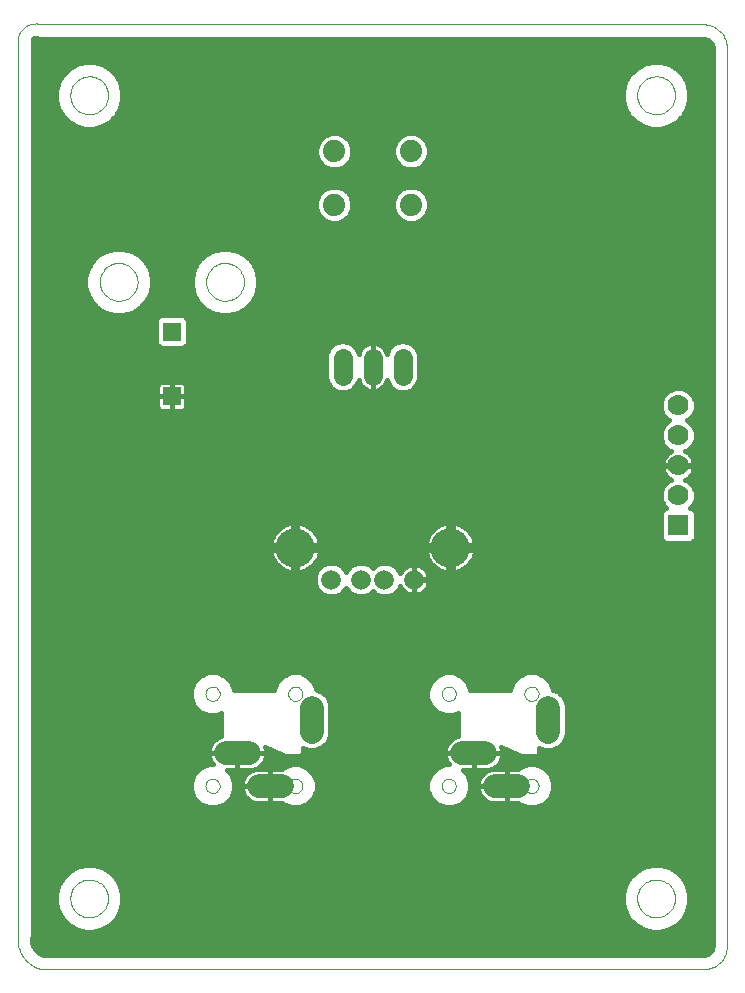
<source format=gbl>
G75*
G70*
%OFA0B0*%
%FSLAX24Y24*%
%IPPOS*%
%LPD*%
%AMOC8*
5,1,8,0,0,1.08239X$1,22.5*
%
%ADD10C,0.0000*%
%ADD11C,0.0787*%
%ADD12C,0.1306*%
%ADD13C,0.0654*%
%ADD14C,0.0620*%
%ADD15R,0.0700X0.0700*%
%ADD16C,0.0700*%
%ADD17R,0.0615X0.0615*%
%ADD18C,0.0740*%
%ADD19C,0.0160*%
D10*
X015717Y008046D02*
X015717Y037968D01*
X015734Y038013D01*
X015755Y038058D01*
X015779Y038100D01*
X015807Y038140D01*
X015837Y038179D01*
X015871Y038214D01*
X015907Y038247D01*
X015945Y038277D01*
X015986Y038304D01*
X016029Y038327D01*
X016073Y038347D01*
X016119Y038364D01*
X016166Y038377D01*
X016214Y038386D01*
X016263Y038391D01*
X016312Y038393D01*
X016361Y038391D01*
X016409Y038385D01*
X016457Y038375D01*
X016504Y038361D01*
X038551Y038361D01*
X038605Y038359D01*
X038658Y038354D01*
X038711Y038345D01*
X038763Y038332D01*
X038815Y038316D01*
X038865Y038296D01*
X038913Y038273D01*
X038960Y038246D01*
X039005Y038217D01*
X039048Y038184D01*
X039088Y038149D01*
X039126Y038111D01*
X039161Y038071D01*
X039194Y038028D01*
X039223Y037983D01*
X039250Y037936D01*
X039273Y037888D01*
X039293Y037838D01*
X039309Y037786D01*
X039322Y037734D01*
X039331Y037681D01*
X039336Y037628D01*
X039338Y037574D01*
X039339Y037574D02*
X039339Y007653D01*
X039338Y007653D02*
X039336Y007599D01*
X039331Y007546D01*
X039322Y007493D01*
X039309Y007441D01*
X039293Y007389D01*
X039273Y007339D01*
X039250Y007291D01*
X039223Y007244D01*
X039194Y007199D01*
X039161Y007156D01*
X039126Y007116D01*
X039088Y007078D01*
X039048Y007043D01*
X039005Y007010D01*
X038960Y006981D01*
X038913Y006954D01*
X038865Y006931D01*
X038815Y006911D01*
X038763Y006895D01*
X038711Y006882D01*
X038658Y006873D01*
X038605Y006868D01*
X038551Y006866D01*
X038551Y006865D02*
X016504Y006865D01*
X016504Y006864D02*
X016445Y006878D01*
X016387Y006895D01*
X016330Y006916D01*
X016274Y006940D01*
X016220Y006968D01*
X016168Y006998D01*
X016117Y007032D01*
X016069Y007069D01*
X016023Y007108D01*
X015980Y007151D01*
X015939Y007195D01*
X015901Y007243D01*
X015866Y007292D01*
X015834Y007344D01*
X015805Y007397D01*
X015779Y007452D01*
X015757Y007508D01*
X015738Y007566D01*
X015722Y007625D01*
X015711Y007684D01*
X015702Y007744D01*
X015698Y007805D01*
X015697Y007865D01*
X015700Y007926D01*
X015706Y007986D01*
X015716Y008046D01*
X017449Y009227D02*
X017451Y009277D01*
X017457Y009327D01*
X017467Y009376D01*
X017481Y009424D01*
X017498Y009471D01*
X017519Y009516D01*
X017544Y009560D01*
X017572Y009601D01*
X017604Y009640D01*
X017638Y009677D01*
X017675Y009711D01*
X017715Y009741D01*
X017757Y009768D01*
X017801Y009792D01*
X017847Y009813D01*
X017894Y009829D01*
X017942Y009842D01*
X017992Y009851D01*
X018041Y009856D01*
X018092Y009857D01*
X018142Y009854D01*
X018191Y009847D01*
X018240Y009836D01*
X018288Y009821D01*
X018334Y009803D01*
X018379Y009781D01*
X018422Y009755D01*
X018463Y009726D01*
X018502Y009694D01*
X018538Y009659D01*
X018570Y009621D01*
X018600Y009581D01*
X018627Y009538D01*
X018650Y009494D01*
X018669Y009448D01*
X018685Y009400D01*
X018697Y009351D01*
X018705Y009302D01*
X018709Y009252D01*
X018709Y009202D01*
X018705Y009152D01*
X018697Y009103D01*
X018685Y009054D01*
X018669Y009006D01*
X018650Y008960D01*
X018627Y008916D01*
X018600Y008873D01*
X018570Y008833D01*
X018538Y008795D01*
X018502Y008760D01*
X018463Y008728D01*
X018422Y008699D01*
X018379Y008673D01*
X018334Y008651D01*
X018288Y008633D01*
X018240Y008618D01*
X018191Y008607D01*
X018142Y008600D01*
X018092Y008597D01*
X018041Y008598D01*
X017992Y008603D01*
X017942Y008612D01*
X017894Y008625D01*
X017847Y008641D01*
X017801Y008662D01*
X017757Y008686D01*
X017715Y008713D01*
X017675Y008743D01*
X017638Y008777D01*
X017604Y008814D01*
X017572Y008853D01*
X017544Y008894D01*
X017519Y008938D01*
X017498Y008983D01*
X017481Y009030D01*
X017467Y009078D01*
X017457Y009127D01*
X017451Y009177D01*
X017449Y009227D01*
X021955Y012979D02*
X021957Y013009D01*
X021963Y013039D01*
X021972Y013068D01*
X021985Y013095D01*
X022002Y013120D01*
X022021Y013143D01*
X022044Y013164D01*
X022069Y013181D01*
X022095Y013195D01*
X022124Y013205D01*
X022153Y013212D01*
X022183Y013215D01*
X022214Y013214D01*
X022244Y013209D01*
X022273Y013200D01*
X022300Y013188D01*
X022326Y013173D01*
X022350Y013154D01*
X022371Y013132D01*
X022389Y013108D01*
X022404Y013081D01*
X022415Y013053D01*
X022423Y013024D01*
X022427Y012994D01*
X022427Y012964D01*
X022423Y012934D01*
X022415Y012905D01*
X022404Y012877D01*
X022389Y012850D01*
X022371Y012826D01*
X022350Y012804D01*
X022326Y012785D01*
X022300Y012770D01*
X022273Y012758D01*
X022244Y012749D01*
X022214Y012744D01*
X022183Y012743D01*
X022153Y012746D01*
X022124Y012753D01*
X022095Y012763D01*
X022069Y012777D01*
X022044Y012794D01*
X022021Y012815D01*
X022002Y012838D01*
X021985Y012863D01*
X021972Y012890D01*
X021963Y012919D01*
X021957Y012949D01*
X021955Y012979D01*
X024711Y012979D02*
X024713Y013009D01*
X024719Y013039D01*
X024728Y013068D01*
X024741Y013095D01*
X024758Y013120D01*
X024777Y013143D01*
X024800Y013164D01*
X024825Y013181D01*
X024851Y013195D01*
X024880Y013205D01*
X024909Y013212D01*
X024939Y013215D01*
X024970Y013214D01*
X025000Y013209D01*
X025029Y013200D01*
X025056Y013188D01*
X025082Y013173D01*
X025106Y013154D01*
X025127Y013132D01*
X025145Y013108D01*
X025160Y013081D01*
X025171Y013053D01*
X025179Y013024D01*
X025183Y012994D01*
X025183Y012964D01*
X025179Y012934D01*
X025171Y012905D01*
X025160Y012877D01*
X025145Y012850D01*
X025127Y012826D01*
X025106Y012804D01*
X025082Y012785D01*
X025056Y012770D01*
X025029Y012758D01*
X025000Y012749D01*
X024970Y012744D01*
X024939Y012743D01*
X024909Y012746D01*
X024880Y012753D01*
X024851Y012763D01*
X024825Y012777D01*
X024800Y012794D01*
X024777Y012815D01*
X024758Y012838D01*
X024741Y012863D01*
X024728Y012890D01*
X024719Y012919D01*
X024713Y012949D01*
X024711Y012979D01*
X024711Y016050D02*
X024713Y016080D01*
X024719Y016110D01*
X024728Y016139D01*
X024741Y016166D01*
X024758Y016191D01*
X024777Y016214D01*
X024800Y016235D01*
X024825Y016252D01*
X024851Y016266D01*
X024880Y016276D01*
X024909Y016283D01*
X024939Y016286D01*
X024970Y016285D01*
X025000Y016280D01*
X025029Y016271D01*
X025056Y016259D01*
X025082Y016244D01*
X025106Y016225D01*
X025127Y016203D01*
X025145Y016179D01*
X025160Y016152D01*
X025171Y016124D01*
X025179Y016095D01*
X025183Y016065D01*
X025183Y016035D01*
X025179Y016005D01*
X025171Y015976D01*
X025160Y015948D01*
X025145Y015921D01*
X025127Y015897D01*
X025106Y015875D01*
X025082Y015856D01*
X025056Y015841D01*
X025029Y015829D01*
X025000Y015820D01*
X024970Y015815D01*
X024939Y015814D01*
X024909Y015817D01*
X024880Y015824D01*
X024851Y015834D01*
X024825Y015848D01*
X024800Y015865D01*
X024777Y015886D01*
X024758Y015909D01*
X024741Y015934D01*
X024728Y015961D01*
X024719Y015990D01*
X024713Y016020D01*
X024711Y016050D01*
X021955Y016050D02*
X021957Y016080D01*
X021963Y016110D01*
X021972Y016139D01*
X021985Y016166D01*
X022002Y016191D01*
X022021Y016214D01*
X022044Y016235D01*
X022069Y016252D01*
X022095Y016266D01*
X022124Y016276D01*
X022153Y016283D01*
X022183Y016286D01*
X022214Y016285D01*
X022244Y016280D01*
X022273Y016271D01*
X022300Y016259D01*
X022326Y016244D01*
X022350Y016225D01*
X022371Y016203D01*
X022389Y016179D01*
X022404Y016152D01*
X022415Y016124D01*
X022423Y016095D01*
X022427Y016065D01*
X022427Y016035D01*
X022423Y016005D01*
X022415Y015976D01*
X022404Y015948D01*
X022389Y015921D01*
X022371Y015897D01*
X022350Y015875D01*
X022326Y015856D01*
X022300Y015841D01*
X022273Y015829D01*
X022244Y015820D01*
X022214Y015815D01*
X022183Y015814D01*
X022153Y015817D01*
X022124Y015824D01*
X022095Y015834D01*
X022069Y015848D01*
X022044Y015865D01*
X022021Y015886D01*
X022002Y015909D01*
X021985Y015934D01*
X021972Y015961D01*
X021963Y015990D01*
X021957Y016020D01*
X021955Y016050D01*
X029829Y016050D02*
X029831Y016080D01*
X029837Y016110D01*
X029846Y016139D01*
X029859Y016166D01*
X029876Y016191D01*
X029895Y016214D01*
X029918Y016235D01*
X029943Y016252D01*
X029969Y016266D01*
X029998Y016276D01*
X030027Y016283D01*
X030057Y016286D01*
X030088Y016285D01*
X030118Y016280D01*
X030147Y016271D01*
X030174Y016259D01*
X030200Y016244D01*
X030224Y016225D01*
X030245Y016203D01*
X030263Y016179D01*
X030278Y016152D01*
X030289Y016124D01*
X030297Y016095D01*
X030301Y016065D01*
X030301Y016035D01*
X030297Y016005D01*
X030289Y015976D01*
X030278Y015948D01*
X030263Y015921D01*
X030245Y015897D01*
X030224Y015875D01*
X030200Y015856D01*
X030174Y015841D01*
X030147Y015829D01*
X030118Y015820D01*
X030088Y015815D01*
X030057Y015814D01*
X030027Y015817D01*
X029998Y015824D01*
X029969Y015834D01*
X029943Y015848D01*
X029918Y015865D01*
X029895Y015886D01*
X029876Y015909D01*
X029859Y015934D01*
X029846Y015961D01*
X029837Y015990D01*
X029831Y016020D01*
X029829Y016050D01*
X032585Y016050D02*
X032587Y016080D01*
X032593Y016110D01*
X032602Y016139D01*
X032615Y016166D01*
X032632Y016191D01*
X032651Y016214D01*
X032674Y016235D01*
X032699Y016252D01*
X032725Y016266D01*
X032754Y016276D01*
X032783Y016283D01*
X032813Y016286D01*
X032844Y016285D01*
X032874Y016280D01*
X032903Y016271D01*
X032930Y016259D01*
X032956Y016244D01*
X032980Y016225D01*
X033001Y016203D01*
X033019Y016179D01*
X033034Y016152D01*
X033045Y016124D01*
X033053Y016095D01*
X033057Y016065D01*
X033057Y016035D01*
X033053Y016005D01*
X033045Y015976D01*
X033034Y015948D01*
X033019Y015921D01*
X033001Y015897D01*
X032980Y015875D01*
X032956Y015856D01*
X032930Y015841D01*
X032903Y015829D01*
X032874Y015820D01*
X032844Y015815D01*
X032813Y015814D01*
X032783Y015817D01*
X032754Y015824D01*
X032725Y015834D01*
X032699Y015848D01*
X032674Y015865D01*
X032651Y015886D01*
X032632Y015909D01*
X032615Y015934D01*
X032602Y015961D01*
X032593Y015990D01*
X032587Y016020D01*
X032585Y016050D01*
X032585Y012979D02*
X032587Y013009D01*
X032593Y013039D01*
X032602Y013068D01*
X032615Y013095D01*
X032632Y013120D01*
X032651Y013143D01*
X032674Y013164D01*
X032699Y013181D01*
X032725Y013195D01*
X032754Y013205D01*
X032783Y013212D01*
X032813Y013215D01*
X032844Y013214D01*
X032874Y013209D01*
X032903Y013200D01*
X032930Y013188D01*
X032956Y013173D01*
X032980Y013154D01*
X033001Y013132D01*
X033019Y013108D01*
X033034Y013081D01*
X033045Y013053D01*
X033053Y013024D01*
X033057Y012994D01*
X033057Y012964D01*
X033053Y012934D01*
X033045Y012905D01*
X033034Y012877D01*
X033019Y012850D01*
X033001Y012826D01*
X032980Y012804D01*
X032956Y012785D01*
X032930Y012770D01*
X032903Y012758D01*
X032874Y012749D01*
X032844Y012744D01*
X032813Y012743D01*
X032783Y012746D01*
X032754Y012753D01*
X032725Y012763D01*
X032699Y012777D01*
X032674Y012794D01*
X032651Y012815D01*
X032632Y012838D01*
X032615Y012863D01*
X032602Y012890D01*
X032593Y012919D01*
X032587Y012949D01*
X032585Y012979D01*
X029829Y012979D02*
X029831Y013009D01*
X029837Y013039D01*
X029846Y013068D01*
X029859Y013095D01*
X029876Y013120D01*
X029895Y013143D01*
X029918Y013164D01*
X029943Y013181D01*
X029969Y013195D01*
X029998Y013205D01*
X030027Y013212D01*
X030057Y013215D01*
X030088Y013214D01*
X030118Y013209D01*
X030147Y013200D01*
X030174Y013188D01*
X030200Y013173D01*
X030224Y013154D01*
X030245Y013132D01*
X030263Y013108D01*
X030278Y013081D01*
X030289Y013053D01*
X030297Y013024D01*
X030301Y012994D01*
X030301Y012964D01*
X030297Y012934D01*
X030289Y012905D01*
X030278Y012877D01*
X030263Y012850D01*
X030245Y012826D01*
X030224Y012804D01*
X030200Y012785D01*
X030174Y012770D01*
X030147Y012758D01*
X030118Y012749D01*
X030088Y012744D01*
X030057Y012743D01*
X030027Y012746D01*
X029998Y012753D01*
X029969Y012763D01*
X029943Y012777D01*
X029918Y012794D01*
X029895Y012815D01*
X029876Y012838D01*
X029859Y012863D01*
X029846Y012890D01*
X029837Y012919D01*
X029831Y012949D01*
X029829Y012979D01*
X036347Y009227D02*
X036349Y009277D01*
X036355Y009327D01*
X036365Y009376D01*
X036379Y009424D01*
X036396Y009471D01*
X036417Y009516D01*
X036442Y009560D01*
X036470Y009601D01*
X036502Y009640D01*
X036536Y009677D01*
X036573Y009711D01*
X036613Y009741D01*
X036655Y009768D01*
X036699Y009792D01*
X036745Y009813D01*
X036792Y009829D01*
X036840Y009842D01*
X036890Y009851D01*
X036939Y009856D01*
X036990Y009857D01*
X037040Y009854D01*
X037089Y009847D01*
X037138Y009836D01*
X037186Y009821D01*
X037232Y009803D01*
X037277Y009781D01*
X037320Y009755D01*
X037361Y009726D01*
X037400Y009694D01*
X037436Y009659D01*
X037468Y009621D01*
X037498Y009581D01*
X037525Y009538D01*
X037548Y009494D01*
X037567Y009448D01*
X037583Y009400D01*
X037595Y009351D01*
X037603Y009302D01*
X037607Y009252D01*
X037607Y009202D01*
X037603Y009152D01*
X037595Y009103D01*
X037583Y009054D01*
X037567Y009006D01*
X037548Y008960D01*
X037525Y008916D01*
X037498Y008873D01*
X037468Y008833D01*
X037436Y008795D01*
X037400Y008760D01*
X037361Y008728D01*
X037320Y008699D01*
X037277Y008673D01*
X037232Y008651D01*
X037186Y008633D01*
X037138Y008618D01*
X037089Y008607D01*
X037040Y008600D01*
X036990Y008597D01*
X036939Y008598D01*
X036890Y008603D01*
X036840Y008612D01*
X036792Y008625D01*
X036745Y008641D01*
X036699Y008662D01*
X036655Y008686D01*
X036613Y008713D01*
X036573Y008743D01*
X036536Y008777D01*
X036502Y008814D01*
X036470Y008853D01*
X036442Y008894D01*
X036417Y008938D01*
X036396Y008983D01*
X036379Y009030D01*
X036365Y009078D01*
X036355Y009127D01*
X036349Y009177D01*
X036347Y009227D01*
X021977Y029779D02*
X021979Y029829D01*
X021985Y029879D01*
X021995Y029928D01*
X022009Y029976D01*
X022026Y030023D01*
X022047Y030068D01*
X022072Y030112D01*
X022100Y030153D01*
X022132Y030192D01*
X022166Y030229D01*
X022203Y030263D01*
X022243Y030293D01*
X022285Y030320D01*
X022329Y030344D01*
X022375Y030365D01*
X022422Y030381D01*
X022470Y030394D01*
X022520Y030403D01*
X022569Y030408D01*
X022620Y030409D01*
X022670Y030406D01*
X022719Y030399D01*
X022768Y030388D01*
X022816Y030373D01*
X022862Y030355D01*
X022907Y030333D01*
X022950Y030307D01*
X022991Y030278D01*
X023030Y030246D01*
X023066Y030211D01*
X023098Y030173D01*
X023128Y030133D01*
X023155Y030090D01*
X023178Y030046D01*
X023197Y030000D01*
X023213Y029952D01*
X023225Y029903D01*
X023233Y029854D01*
X023237Y029804D01*
X023237Y029754D01*
X023233Y029704D01*
X023225Y029655D01*
X023213Y029606D01*
X023197Y029558D01*
X023178Y029512D01*
X023155Y029468D01*
X023128Y029425D01*
X023098Y029385D01*
X023066Y029347D01*
X023030Y029312D01*
X022991Y029280D01*
X022950Y029251D01*
X022907Y029225D01*
X022862Y029203D01*
X022816Y029185D01*
X022768Y029170D01*
X022719Y029159D01*
X022670Y029152D01*
X022620Y029149D01*
X022569Y029150D01*
X022520Y029155D01*
X022470Y029164D01*
X022422Y029177D01*
X022375Y029193D01*
X022329Y029214D01*
X022285Y029238D01*
X022243Y029265D01*
X022203Y029295D01*
X022166Y029329D01*
X022132Y029366D01*
X022100Y029405D01*
X022072Y029446D01*
X022047Y029490D01*
X022026Y029535D01*
X022009Y029582D01*
X021995Y029630D01*
X021985Y029679D01*
X021979Y029729D01*
X021977Y029779D01*
X018433Y029779D02*
X018435Y029829D01*
X018441Y029879D01*
X018451Y029928D01*
X018465Y029976D01*
X018482Y030023D01*
X018503Y030068D01*
X018528Y030112D01*
X018556Y030153D01*
X018588Y030192D01*
X018622Y030229D01*
X018659Y030263D01*
X018699Y030293D01*
X018741Y030320D01*
X018785Y030344D01*
X018831Y030365D01*
X018878Y030381D01*
X018926Y030394D01*
X018976Y030403D01*
X019025Y030408D01*
X019076Y030409D01*
X019126Y030406D01*
X019175Y030399D01*
X019224Y030388D01*
X019272Y030373D01*
X019318Y030355D01*
X019363Y030333D01*
X019406Y030307D01*
X019447Y030278D01*
X019486Y030246D01*
X019522Y030211D01*
X019554Y030173D01*
X019584Y030133D01*
X019611Y030090D01*
X019634Y030046D01*
X019653Y030000D01*
X019669Y029952D01*
X019681Y029903D01*
X019689Y029854D01*
X019693Y029804D01*
X019693Y029754D01*
X019689Y029704D01*
X019681Y029655D01*
X019669Y029606D01*
X019653Y029558D01*
X019634Y029512D01*
X019611Y029468D01*
X019584Y029425D01*
X019554Y029385D01*
X019522Y029347D01*
X019486Y029312D01*
X019447Y029280D01*
X019406Y029251D01*
X019363Y029225D01*
X019318Y029203D01*
X019272Y029185D01*
X019224Y029170D01*
X019175Y029159D01*
X019126Y029152D01*
X019076Y029149D01*
X019025Y029150D01*
X018976Y029155D01*
X018926Y029164D01*
X018878Y029177D01*
X018831Y029193D01*
X018785Y029214D01*
X018741Y029238D01*
X018699Y029265D01*
X018659Y029295D01*
X018622Y029329D01*
X018588Y029366D01*
X018556Y029405D01*
X018528Y029446D01*
X018503Y029490D01*
X018482Y029535D01*
X018465Y029582D01*
X018451Y029630D01*
X018441Y029679D01*
X018435Y029729D01*
X018433Y029779D01*
X017449Y035999D02*
X017451Y036049D01*
X017457Y036099D01*
X017467Y036148D01*
X017481Y036196D01*
X017498Y036243D01*
X017519Y036288D01*
X017544Y036332D01*
X017572Y036373D01*
X017604Y036412D01*
X017638Y036449D01*
X017675Y036483D01*
X017715Y036513D01*
X017757Y036540D01*
X017801Y036564D01*
X017847Y036585D01*
X017894Y036601D01*
X017942Y036614D01*
X017992Y036623D01*
X018041Y036628D01*
X018092Y036629D01*
X018142Y036626D01*
X018191Y036619D01*
X018240Y036608D01*
X018288Y036593D01*
X018334Y036575D01*
X018379Y036553D01*
X018422Y036527D01*
X018463Y036498D01*
X018502Y036466D01*
X018538Y036431D01*
X018570Y036393D01*
X018600Y036353D01*
X018627Y036310D01*
X018650Y036266D01*
X018669Y036220D01*
X018685Y036172D01*
X018697Y036123D01*
X018705Y036074D01*
X018709Y036024D01*
X018709Y035974D01*
X018705Y035924D01*
X018697Y035875D01*
X018685Y035826D01*
X018669Y035778D01*
X018650Y035732D01*
X018627Y035688D01*
X018600Y035645D01*
X018570Y035605D01*
X018538Y035567D01*
X018502Y035532D01*
X018463Y035500D01*
X018422Y035471D01*
X018379Y035445D01*
X018334Y035423D01*
X018288Y035405D01*
X018240Y035390D01*
X018191Y035379D01*
X018142Y035372D01*
X018092Y035369D01*
X018041Y035370D01*
X017992Y035375D01*
X017942Y035384D01*
X017894Y035397D01*
X017847Y035413D01*
X017801Y035434D01*
X017757Y035458D01*
X017715Y035485D01*
X017675Y035515D01*
X017638Y035549D01*
X017604Y035586D01*
X017572Y035625D01*
X017544Y035666D01*
X017519Y035710D01*
X017498Y035755D01*
X017481Y035802D01*
X017467Y035850D01*
X017457Y035899D01*
X017451Y035949D01*
X017449Y035999D01*
X036347Y035999D02*
X036349Y036049D01*
X036355Y036099D01*
X036365Y036148D01*
X036379Y036196D01*
X036396Y036243D01*
X036417Y036288D01*
X036442Y036332D01*
X036470Y036373D01*
X036502Y036412D01*
X036536Y036449D01*
X036573Y036483D01*
X036613Y036513D01*
X036655Y036540D01*
X036699Y036564D01*
X036745Y036585D01*
X036792Y036601D01*
X036840Y036614D01*
X036890Y036623D01*
X036939Y036628D01*
X036990Y036629D01*
X037040Y036626D01*
X037089Y036619D01*
X037138Y036608D01*
X037186Y036593D01*
X037232Y036575D01*
X037277Y036553D01*
X037320Y036527D01*
X037361Y036498D01*
X037400Y036466D01*
X037436Y036431D01*
X037468Y036393D01*
X037498Y036353D01*
X037525Y036310D01*
X037548Y036266D01*
X037567Y036220D01*
X037583Y036172D01*
X037595Y036123D01*
X037603Y036074D01*
X037607Y036024D01*
X037607Y035974D01*
X037603Y035924D01*
X037595Y035875D01*
X037583Y035826D01*
X037567Y035778D01*
X037548Y035732D01*
X037525Y035688D01*
X037498Y035645D01*
X037468Y035605D01*
X037436Y035567D01*
X037400Y035532D01*
X037361Y035500D01*
X037320Y035471D01*
X037277Y035445D01*
X037232Y035423D01*
X037186Y035405D01*
X037138Y035390D01*
X037089Y035379D01*
X037040Y035372D01*
X036990Y035369D01*
X036939Y035370D01*
X036890Y035375D01*
X036840Y035384D01*
X036792Y035397D01*
X036745Y035413D01*
X036699Y035434D01*
X036655Y035458D01*
X036613Y035485D01*
X036573Y035515D01*
X036536Y035549D01*
X036502Y035586D01*
X036470Y035625D01*
X036442Y035666D01*
X036417Y035710D01*
X036396Y035755D01*
X036379Y035802D01*
X036365Y035850D01*
X036355Y035899D01*
X036349Y035949D01*
X036347Y035999D01*
D11*
X033372Y015578D02*
X033372Y014790D01*
X032388Y012979D02*
X031601Y012979D01*
X031286Y014082D02*
X030498Y014082D01*
X025498Y014790D02*
X025498Y015578D01*
X023412Y014082D02*
X022624Y014082D01*
X023727Y012979D02*
X024514Y012979D01*
D12*
X024941Y020924D03*
X030114Y020924D03*
D13*
X028906Y019857D03*
X027922Y019857D03*
X027134Y019857D03*
X026150Y019857D03*
D14*
X026528Y026634D02*
X026528Y027254D01*
X027528Y027254D02*
X027528Y026634D01*
X028528Y026634D02*
X028528Y027254D01*
D15*
X037713Y021660D03*
D16*
X037713Y022660D03*
X037713Y023660D03*
X037713Y024660D03*
X037713Y025660D03*
D17*
X020835Y025960D03*
X020835Y028125D03*
D18*
X026248Y032353D03*
X026248Y034133D03*
X028808Y034133D03*
X028808Y032353D03*
D19*
X029211Y031908D02*
X038859Y031908D01*
X038859Y031750D02*
X016197Y031750D01*
X016197Y031908D02*
X025844Y031908D01*
X025908Y031845D02*
X026128Y031753D01*
X026367Y031753D01*
X026588Y031845D01*
X026756Y032013D01*
X026848Y032234D01*
X026848Y032473D01*
X026756Y032693D01*
X026588Y032862D01*
X026367Y032953D01*
X026128Y032953D01*
X025908Y032862D01*
X025739Y032693D01*
X025648Y032473D01*
X025648Y032234D01*
X025739Y032013D01*
X025908Y031845D01*
X025717Y032067D02*
X016197Y032067D01*
X016197Y032225D02*
X025651Y032225D01*
X025648Y032384D02*
X016197Y032384D01*
X016197Y032542D02*
X025677Y032542D01*
X025747Y032701D02*
X016197Y032701D01*
X016197Y032859D02*
X025905Y032859D01*
X026590Y032859D02*
X028465Y032859D01*
X028468Y032862D02*
X028299Y032693D01*
X028208Y032473D01*
X028208Y032234D01*
X028299Y032013D01*
X028468Y031845D01*
X028688Y031753D01*
X028927Y031753D01*
X029148Y031845D01*
X029316Y032013D01*
X029408Y032234D01*
X029408Y032473D01*
X029316Y032693D01*
X029148Y032862D01*
X028927Y032953D01*
X028688Y032953D01*
X028468Y032862D01*
X028307Y032701D02*
X026749Y032701D01*
X026819Y032542D02*
X028237Y032542D01*
X028208Y032384D02*
X026848Y032384D01*
X026844Y032225D02*
X028211Y032225D01*
X028277Y032067D02*
X026779Y032067D01*
X026651Y031908D02*
X028404Y031908D01*
X029339Y032067D02*
X038859Y032067D01*
X038859Y032225D02*
X029404Y032225D01*
X029408Y032384D02*
X038859Y032384D01*
X038859Y032542D02*
X029379Y032542D01*
X029309Y032701D02*
X038859Y032701D01*
X038859Y032859D02*
X029150Y032859D01*
X028927Y033533D02*
X028688Y033533D01*
X028468Y033625D01*
X028299Y033793D01*
X028208Y034014D01*
X028208Y034253D01*
X028299Y034473D01*
X028468Y034642D01*
X028688Y034733D01*
X028927Y034733D01*
X029148Y034642D01*
X029316Y034473D01*
X029408Y034253D01*
X029408Y034014D01*
X029316Y033793D01*
X029148Y033625D01*
X028927Y033533D01*
X029175Y033652D02*
X038859Y033652D01*
X038859Y033810D02*
X029324Y033810D01*
X029389Y033969D02*
X038859Y033969D01*
X038859Y034127D02*
X029408Y034127D01*
X029394Y034286D02*
X038859Y034286D01*
X038859Y034444D02*
X029328Y034444D01*
X029187Y034603D02*
X038859Y034603D01*
X038859Y034761D02*
X016197Y034761D01*
X016197Y034603D02*
X025869Y034603D01*
X025908Y034642D02*
X025739Y034473D01*
X025648Y034253D01*
X025648Y034014D01*
X025739Y033793D01*
X025908Y033625D01*
X026128Y033533D01*
X026367Y033533D01*
X026588Y033625D01*
X026756Y033793D01*
X026848Y034014D01*
X026848Y034253D01*
X026756Y034473D01*
X026588Y034642D01*
X026367Y034733D01*
X026128Y034733D01*
X025908Y034642D01*
X025727Y034444D02*
X016197Y034444D01*
X016197Y034286D02*
X025662Y034286D01*
X025648Y034127D02*
X016197Y034127D01*
X016197Y033969D02*
X025666Y033969D01*
X025732Y033810D02*
X016197Y033810D01*
X016197Y033652D02*
X025881Y033652D01*
X026615Y033652D02*
X028441Y033652D01*
X028292Y033810D02*
X026764Y033810D01*
X026829Y033969D02*
X028226Y033969D01*
X028208Y034127D02*
X026848Y034127D01*
X026834Y034286D02*
X028222Y034286D01*
X028287Y034444D02*
X026768Y034444D01*
X026627Y034603D02*
X028429Y034603D01*
X023641Y030207D02*
X023716Y029925D01*
X023716Y029632D01*
X023641Y029350D01*
X023495Y029097D01*
X023288Y028890D01*
X023035Y028744D01*
X022753Y028669D01*
X022460Y028669D01*
X022178Y028744D01*
X021925Y028890D01*
X021718Y029097D01*
X021572Y029350D01*
X021497Y029632D01*
X021497Y029925D01*
X021572Y030207D01*
X021718Y030460D01*
X021925Y030667D01*
X022178Y030813D01*
X022460Y030889D01*
X022753Y030889D01*
X023035Y030813D01*
X023288Y030667D01*
X023495Y030460D01*
X023641Y030207D01*
X023652Y030165D02*
X038859Y030165D01*
X038859Y030323D02*
X023574Y030323D01*
X023473Y030482D02*
X038859Y030482D01*
X038859Y030640D02*
X023315Y030640D01*
X023059Y030799D02*
X038859Y030799D01*
X038859Y030957D02*
X016197Y030957D01*
X016197Y030799D02*
X018610Y030799D01*
X018635Y030813D02*
X018382Y030667D01*
X018175Y030460D01*
X018029Y030207D01*
X017953Y029925D01*
X017953Y029632D01*
X018029Y029350D01*
X018175Y029097D01*
X018382Y028890D01*
X018635Y028744D01*
X018917Y028669D01*
X019209Y028669D01*
X019492Y028744D01*
X019745Y028890D01*
X019951Y029097D01*
X020098Y029350D01*
X020173Y029632D01*
X020173Y029925D01*
X020098Y030207D01*
X019951Y030460D01*
X019745Y030667D01*
X019492Y030813D01*
X019209Y030889D01*
X018917Y030889D01*
X018635Y030813D01*
X018355Y030640D02*
X016197Y030640D01*
X016197Y030482D02*
X018197Y030482D01*
X018096Y030323D02*
X016197Y030323D01*
X016197Y030165D02*
X018018Y030165D01*
X017975Y030006D02*
X016197Y030006D01*
X016197Y029848D02*
X017953Y029848D01*
X017953Y029689D02*
X016197Y029689D01*
X016197Y029531D02*
X017981Y029531D01*
X018023Y029372D02*
X016197Y029372D01*
X016197Y029214D02*
X018108Y029214D01*
X018217Y029055D02*
X016197Y029055D01*
X016197Y028897D02*
X018375Y028897D01*
X018657Y028738D02*
X016197Y028738D01*
X016197Y028580D02*
X020349Y028580D01*
X020297Y028528D02*
X020432Y028663D01*
X021238Y028663D01*
X021372Y028528D01*
X021372Y027722D01*
X021238Y027588D01*
X020432Y027588D01*
X020297Y027722D01*
X020297Y028528D01*
X020297Y028421D02*
X016197Y028421D01*
X016197Y028263D02*
X020297Y028263D01*
X020297Y028104D02*
X016197Y028104D01*
X016197Y027946D02*
X020297Y027946D01*
X020297Y027787D02*
X016197Y027787D01*
X016197Y027629D02*
X020391Y027629D01*
X021279Y027629D02*
X026139Y027629D01*
X026070Y027560D02*
X025988Y027361D01*
X025988Y026527D01*
X026070Y026328D01*
X026222Y026176D01*
X026420Y026094D01*
X026635Y026094D01*
X026834Y026176D01*
X026986Y026328D01*
X027056Y026499D01*
X027074Y026446D01*
X027109Y026377D01*
X027154Y026315D01*
X027209Y026260D01*
X027271Y026215D01*
X027340Y026180D01*
X027413Y026156D01*
X027489Y026144D01*
X027528Y026144D01*
X027528Y026944D01*
X027528Y026944D01*
X027528Y027744D01*
X027566Y027744D01*
X027643Y027732D01*
X027716Y027708D01*
X027785Y027673D01*
X027847Y027628D01*
X027902Y027573D01*
X027947Y027511D01*
X027982Y027442D01*
X027999Y027389D01*
X028070Y027560D01*
X028222Y027712D01*
X028420Y027794D01*
X028635Y027794D01*
X028834Y027712D01*
X028986Y027560D01*
X029068Y027361D01*
X029068Y026527D01*
X028986Y026328D01*
X028834Y026176D01*
X028635Y026094D01*
X028420Y026094D01*
X028222Y026176D01*
X028070Y026328D01*
X027999Y026499D01*
X027982Y026446D01*
X027947Y026377D01*
X027902Y026315D01*
X027847Y026260D01*
X027785Y026215D01*
X027716Y026180D01*
X027643Y026156D01*
X027566Y026144D01*
X027528Y026144D01*
X027528Y026944D01*
X027528Y026944D01*
X027528Y027744D01*
X027489Y027744D01*
X027413Y027732D01*
X027340Y027708D01*
X027271Y027673D01*
X027209Y027628D01*
X027154Y027573D01*
X027109Y027511D01*
X027074Y027442D01*
X027056Y027389D01*
X026986Y027560D01*
X026834Y027712D01*
X026635Y027794D01*
X026420Y027794D01*
X026222Y027712D01*
X026070Y027560D01*
X026033Y027470D02*
X016197Y027470D01*
X016197Y027312D02*
X025988Y027312D01*
X025988Y027153D02*
X016197Y027153D01*
X016197Y026995D02*
X025988Y026995D01*
X025988Y026836D02*
X016197Y026836D01*
X016197Y026678D02*
X025988Y026678D01*
X025991Y026519D02*
X016197Y026519D01*
X016197Y026361D02*
X020374Y026361D01*
X020383Y026378D02*
X020360Y026337D01*
X020347Y026291D01*
X020347Y025960D01*
X020835Y025960D01*
X020835Y025960D01*
X020835Y026447D01*
X021166Y026447D01*
X021212Y026435D01*
X021253Y026411D01*
X021286Y026378D01*
X021310Y026337D01*
X021322Y026291D01*
X021322Y025960D01*
X020835Y025960D01*
X020835Y026447D01*
X020504Y026447D01*
X020458Y026435D01*
X020417Y026411D01*
X020383Y026378D01*
X020347Y026202D02*
X016197Y026202D01*
X016197Y026044D02*
X020347Y026044D01*
X020347Y025960D02*
X020347Y025629D01*
X020360Y025583D01*
X020383Y025542D01*
X020417Y025508D01*
X020458Y025484D01*
X020504Y025472D01*
X020835Y025472D01*
X021166Y025472D01*
X021212Y025484D01*
X021253Y025508D01*
X021286Y025542D01*
X021310Y025583D01*
X021322Y025629D01*
X021322Y025960D01*
X020835Y025960D01*
X020835Y025960D01*
X020835Y025960D01*
X020347Y025960D01*
X020347Y025885D02*
X016197Y025885D01*
X016197Y025727D02*
X020347Y025727D01*
X020368Y025568D02*
X016197Y025568D01*
X016197Y025410D02*
X037189Y025410D01*
X037221Y025332D02*
X037384Y025169D01*
X037404Y025160D01*
X037384Y025152D01*
X037221Y024989D01*
X037133Y024776D01*
X037133Y024545D01*
X037221Y024332D01*
X037384Y024169D01*
X037472Y024133D01*
X037435Y024114D01*
X037368Y024065D01*
X037309Y024006D01*
X037260Y023938D01*
X037222Y023864D01*
X037196Y023785D01*
X037183Y023702D01*
X037183Y023680D01*
X037693Y023680D01*
X037693Y023640D01*
X037183Y023640D01*
X037183Y023619D01*
X037196Y023536D01*
X037222Y023457D01*
X037260Y023383D01*
X037309Y023315D01*
X037368Y023256D01*
X037435Y023207D01*
X037472Y023188D01*
X037384Y023152D01*
X037221Y022989D01*
X037133Y022776D01*
X037133Y022545D01*
X037221Y022332D01*
X037313Y022240D01*
X037268Y022240D01*
X037133Y022106D01*
X037133Y021215D01*
X037268Y021080D01*
X038158Y021080D01*
X038293Y021215D01*
X038293Y022106D01*
X038158Y022240D01*
X038113Y022240D01*
X038205Y022332D01*
X038293Y022545D01*
X038293Y022776D01*
X038205Y022989D01*
X038041Y023152D01*
X037954Y023188D01*
X037991Y023207D01*
X038058Y023256D01*
X038117Y023315D01*
X038166Y023383D01*
X038204Y023457D01*
X038230Y023536D01*
X038243Y023619D01*
X038243Y023640D01*
X037733Y023640D01*
X037733Y023680D01*
X038243Y023680D01*
X038243Y023702D01*
X038230Y023785D01*
X038204Y023864D01*
X038166Y023938D01*
X038117Y024006D01*
X038058Y024065D01*
X037991Y024114D01*
X037954Y024133D01*
X038041Y024169D01*
X038205Y024332D01*
X038293Y024545D01*
X038293Y024776D01*
X038205Y024989D01*
X038041Y025152D01*
X038021Y025160D01*
X038041Y025169D01*
X038205Y025332D01*
X038293Y025545D01*
X038293Y025776D01*
X038205Y025989D01*
X038041Y026152D01*
X037828Y026240D01*
X037597Y026240D01*
X037384Y026152D01*
X037221Y025989D01*
X037133Y025776D01*
X037133Y025545D01*
X037221Y025332D01*
X037302Y025251D02*
X016197Y025251D01*
X016197Y025093D02*
X037325Y025093D01*
X037198Y024934D02*
X016197Y024934D01*
X016197Y024776D02*
X037133Y024776D01*
X037133Y024617D02*
X016197Y024617D01*
X016197Y024459D02*
X037169Y024459D01*
X037253Y024300D02*
X016197Y024300D01*
X016197Y024142D02*
X037450Y024142D01*
X037292Y023983D02*
X016197Y023983D01*
X016197Y023825D02*
X037209Y023825D01*
X037205Y023508D02*
X016197Y023508D01*
X016197Y023666D02*
X037693Y023666D01*
X037733Y023666D02*
X038859Y023666D01*
X038859Y023508D02*
X038221Y023508D01*
X038142Y023349D02*
X038859Y023349D01*
X038859Y023191D02*
X037958Y023191D01*
X038161Y023032D02*
X038859Y023032D01*
X038859Y022874D02*
X038252Y022874D01*
X038293Y022715D02*
X038859Y022715D01*
X038859Y022557D02*
X038293Y022557D01*
X038232Y022398D02*
X038859Y022398D01*
X038859Y022240D02*
X038159Y022240D01*
X038293Y022081D02*
X038859Y022081D01*
X038859Y021923D02*
X038293Y021923D01*
X038293Y021764D02*
X038859Y021764D01*
X038859Y021606D02*
X038293Y021606D01*
X038293Y021447D02*
X038859Y021447D01*
X038859Y021289D02*
X038293Y021289D01*
X038208Y021130D02*
X038859Y021130D01*
X038859Y020972D02*
X030194Y020972D01*
X030194Y021004D02*
X030944Y021004D01*
X030933Y021087D01*
X030905Y021193D01*
X030863Y021293D01*
X030808Y021388D01*
X030742Y021475D01*
X030665Y021552D01*
X030578Y021618D01*
X030484Y021673D01*
X030383Y021715D01*
X030277Y021743D01*
X030194Y021754D01*
X030194Y021004D01*
X030034Y021004D01*
X030034Y020844D01*
X029285Y020844D01*
X029296Y020761D01*
X029324Y020656D01*
X029366Y020555D01*
X029421Y020461D01*
X029487Y020374D01*
X029564Y020297D01*
X029651Y020230D01*
X029745Y020176D01*
X029846Y020134D01*
X029952Y020106D01*
X030034Y020095D01*
X030034Y020844D01*
X030194Y020844D01*
X030194Y020095D01*
X030277Y020106D01*
X030383Y020134D01*
X030484Y020176D01*
X030578Y020230D01*
X030665Y020297D01*
X030742Y020374D01*
X030808Y020461D01*
X030863Y020555D01*
X030905Y020656D01*
X030933Y020761D01*
X030944Y020844D01*
X030194Y020844D01*
X030194Y021004D01*
X030194Y021130D02*
X030034Y021130D01*
X030034Y021004D02*
X030034Y021754D01*
X029952Y021743D01*
X029846Y021715D01*
X029745Y021673D01*
X029651Y021618D01*
X029564Y021552D01*
X029487Y021475D01*
X029421Y021388D01*
X029366Y021293D01*
X029324Y021193D01*
X029296Y021087D01*
X029285Y021004D01*
X030034Y021004D01*
X030034Y020972D02*
X025021Y020972D01*
X025021Y021004D02*
X025771Y021004D01*
X025760Y021087D01*
X025731Y021193D01*
X025690Y021293D01*
X025635Y021388D01*
X025569Y021475D01*
X025491Y021552D01*
X025405Y021618D01*
X025310Y021673D01*
X025209Y021715D01*
X025104Y021743D01*
X025021Y021754D01*
X025021Y021004D01*
X025021Y020844D01*
X025021Y020095D01*
X025104Y020106D01*
X025209Y020134D01*
X025310Y020176D01*
X025405Y020230D01*
X025491Y020297D01*
X025569Y020374D01*
X025635Y020461D01*
X025690Y020555D01*
X025731Y020656D01*
X025760Y020761D01*
X025771Y020844D01*
X025021Y020844D01*
X024861Y020844D01*
X024861Y020095D01*
X024778Y020106D01*
X024673Y020134D01*
X024572Y020176D01*
X024478Y020230D01*
X024391Y020297D01*
X024314Y020374D01*
X024247Y020461D01*
X024193Y020555D01*
X024151Y020656D01*
X024123Y020761D01*
X024112Y020844D01*
X024861Y020844D01*
X024861Y021004D01*
X024112Y021004D01*
X024123Y021087D01*
X024151Y021193D01*
X024193Y021293D01*
X024247Y021388D01*
X024314Y021475D01*
X024391Y021552D01*
X024478Y021618D01*
X024572Y021673D01*
X024673Y021715D01*
X024778Y021743D01*
X024861Y021754D01*
X024861Y021004D01*
X025021Y021004D01*
X025021Y021130D02*
X024861Y021130D01*
X024861Y020972D02*
X016197Y020972D01*
X016197Y021130D02*
X024134Y021130D01*
X024191Y021289D02*
X016197Y021289D01*
X016197Y021447D02*
X024293Y021447D01*
X024461Y021606D02*
X016197Y021606D01*
X016197Y021764D02*
X037133Y021764D01*
X037133Y021606D02*
X030594Y021606D01*
X030763Y021447D02*
X037133Y021447D01*
X037133Y021289D02*
X030865Y021289D01*
X030921Y021130D02*
X037218Y021130D01*
X037133Y021923D02*
X016197Y021923D01*
X016197Y022081D02*
X037133Y022081D01*
X037267Y022240D02*
X016197Y022240D01*
X016197Y022398D02*
X037194Y022398D01*
X037133Y022557D02*
X016197Y022557D01*
X016197Y022715D02*
X037133Y022715D01*
X037173Y022874D02*
X016197Y022874D01*
X016197Y023032D02*
X037264Y023032D01*
X037467Y023191D02*
X016197Y023191D01*
X016197Y023349D02*
X037284Y023349D01*
X038217Y023825D02*
X038859Y023825D01*
X038859Y023983D02*
X038133Y023983D01*
X037976Y024142D02*
X038859Y024142D01*
X038859Y024300D02*
X038173Y024300D01*
X038257Y024459D02*
X038859Y024459D01*
X038859Y024617D02*
X038293Y024617D01*
X038293Y024776D02*
X038859Y024776D01*
X038859Y024934D02*
X038227Y024934D01*
X038101Y025093D02*
X038859Y025093D01*
X038859Y025251D02*
X038124Y025251D01*
X038237Y025410D02*
X038859Y025410D01*
X038859Y025568D02*
X038293Y025568D01*
X038293Y025727D02*
X038859Y025727D01*
X038859Y025885D02*
X038248Y025885D01*
X038150Y026044D02*
X038859Y026044D01*
X038859Y026202D02*
X037921Y026202D01*
X037505Y026202D02*
X028860Y026202D01*
X028999Y026361D02*
X038859Y026361D01*
X038859Y026519D02*
X029065Y026519D01*
X029068Y026678D02*
X038859Y026678D01*
X038859Y026836D02*
X029068Y026836D01*
X029068Y026995D02*
X038859Y026995D01*
X038859Y027153D02*
X029068Y027153D01*
X029068Y027312D02*
X038859Y027312D01*
X038859Y027470D02*
X029023Y027470D01*
X028917Y027629D02*
X038859Y027629D01*
X038859Y027787D02*
X028651Y027787D01*
X028404Y027787D02*
X026651Y027787D01*
X026404Y027787D02*
X021372Y027787D01*
X021372Y027946D02*
X038859Y027946D01*
X038859Y028104D02*
X021372Y028104D01*
X021372Y028263D02*
X038859Y028263D01*
X038859Y028421D02*
X021372Y028421D01*
X021320Y028580D02*
X038859Y028580D01*
X038859Y028738D02*
X023012Y028738D01*
X023294Y028897D02*
X038859Y028897D01*
X038859Y029055D02*
X023453Y029055D01*
X023562Y029214D02*
X038859Y029214D01*
X038859Y029372D02*
X023647Y029372D01*
X023689Y029531D02*
X038859Y029531D01*
X038859Y029689D02*
X023716Y029689D01*
X023716Y029848D02*
X038859Y029848D01*
X038859Y030006D02*
X023695Y030006D01*
X022154Y030799D02*
X019516Y030799D01*
X019771Y030640D02*
X021899Y030640D01*
X021740Y030482D02*
X019930Y030482D01*
X020030Y030323D02*
X021639Y030323D01*
X021561Y030165D02*
X020109Y030165D01*
X020151Y030006D02*
X021518Y030006D01*
X021497Y029848D02*
X020173Y029848D01*
X020173Y029689D02*
X021497Y029689D01*
X021524Y029531D02*
X020146Y029531D01*
X020103Y029372D02*
X021566Y029372D01*
X021651Y029214D02*
X020019Y029214D01*
X019910Y029055D02*
X021760Y029055D01*
X021919Y028897D02*
X019751Y028897D01*
X019469Y028738D02*
X022201Y028738D01*
X021296Y026361D02*
X026056Y026361D01*
X026196Y026202D02*
X021322Y026202D01*
X021322Y026044D02*
X037276Y026044D01*
X037178Y025885D02*
X021322Y025885D01*
X021322Y025727D02*
X037133Y025727D01*
X037133Y025568D02*
X021302Y025568D01*
X020835Y025568D02*
X020835Y025568D01*
X020835Y025472D02*
X020835Y025960D01*
X020835Y025960D01*
X020835Y025472D01*
X020835Y025727D02*
X020835Y025727D01*
X020835Y025885D02*
X020835Y025885D01*
X020835Y026044D02*
X020835Y026044D01*
X020835Y026202D02*
X020835Y026202D01*
X020835Y026361D02*
X020835Y026361D01*
X024861Y021606D02*
X025021Y021606D01*
X025021Y021447D02*
X024861Y021447D01*
X024861Y021289D02*
X025021Y021289D01*
X025021Y020813D02*
X024861Y020813D01*
X024861Y020655D02*
X025021Y020655D01*
X025021Y020496D02*
X024861Y020496D01*
X024861Y020338D02*
X025021Y020338D01*
X025021Y020179D02*
X024861Y020179D01*
X024566Y020179D02*
X016197Y020179D01*
X016197Y020021D02*
X025614Y020021D01*
X025593Y019968D02*
X025593Y019747D01*
X025678Y019542D01*
X025834Y019385D01*
X026039Y019300D01*
X026261Y019300D01*
X026465Y019385D01*
X026622Y019542D01*
X026642Y019590D01*
X026662Y019542D01*
X026819Y019385D01*
X027023Y019300D01*
X027245Y019300D01*
X027450Y019385D01*
X027528Y019463D01*
X027606Y019385D01*
X027811Y019300D01*
X028032Y019300D01*
X028237Y019385D01*
X028394Y019542D01*
X028440Y019654D01*
X028472Y019592D01*
X028519Y019527D01*
X028575Y019471D01*
X028640Y019424D01*
X028711Y019387D01*
X028787Y019363D01*
X028866Y019350D01*
X028897Y019350D01*
X028897Y019849D01*
X028914Y019849D01*
X028914Y019350D01*
X028946Y019350D01*
X029025Y019363D01*
X029100Y019387D01*
X029172Y019424D01*
X029236Y019471D01*
X029293Y019527D01*
X029340Y019592D01*
X029376Y019663D01*
X029400Y019739D01*
X029413Y019817D01*
X029413Y019849D01*
X028914Y019849D01*
X028914Y019866D01*
X028897Y019866D01*
X028897Y020365D01*
X028866Y020365D01*
X028787Y020352D01*
X028711Y020327D01*
X028640Y020291D01*
X028575Y020244D01*
X028519Y020188D01*
X028472Y020123D01*
X028440Y020061D01*
X028394Y020173D01*
X028237Y020330D01*
X028032Y020415D01*
X027811Y020415D01*
X027606Y020330D01*
X027528Y020252D01*
X027450Y020330D01*
X027245Y020415D01*
X027023Y020415D01*
X026819Y020330D01*
X026662Y020173D01*
X026642Y020125D01*
X026622Y020173D01*
X026465Y020330D01*
X026261Y020415D01*
X026039Y020415D01*
X025834Y020330D01*
X025678Y020173D01*
X025593Y019968D01*
X025593Y019862D02*
X016197Y019862D01*
X016197Y019704D02*
X025610Y019704D01*
X025676Y019545D02*
X016197Y019545D01*
X016197Y019387D02*
X025833Y019387D01*
X026467Y019387D02*
X026817Y019387D01*
X026660Y019545D02*
X026624Y019545D01*
X026616Y020179D02*
X026668Y020179D01*
X026838Y020338D02*
X026446Y020338D01*
X025854Y020338D02*
X025532Y020338D01*
X025656Y020496D02*
X029400Y020496D01*
X029325Y020655D02*
X025731Y020655D01*
X025767Y020813D02*
X029289Y020813D01*
X029307Y021130D02*
X025748Y021130D01*
X025692Y021289D02*
X029364Y021289D01*
X029466Y021447D02*
X025590Y021447D01*
X025421Y021606D02*
X029635Y021606D01*
X030034Y021606D02*
X030194Y021606D01*
X030194Y021447D02*
X030034Y021447D01*
X030034Y021289D02*
X030194Y021289D01*
X030194Y020813D02*
X030034Y020813D01*
X030034Y020655D02*
X030194Y020655D01*
X030194Y020496D02*
X030034Y020496D01*
X030034Y020338D02*
X030194Y020338D01*
X030194Y020179D02*
X030034Y020179D01*
X029739Y020179D02*
X029299Y020179D01*
X029293Y020188D02*
X029236Y020244D01*
X029172Y020291D01*
X029100Y020327D01*
X029025Y020352D01*
X028946Y020365D01*
X028914Y020365D01*
X028914Y019866D01*
X029413Y019866D01*
X029413Y019897D01*
X029400Y019976D01*
X029376Y020052D01*
X029340Y020123D01*
X029293Y020188D01*
X029386Y020021D02*
X038859Y020021D01*
X038859Y020179D02*
X030490Y020179D01*
X030706Y020338D02*
X038859Y020338D01*
X038859Y020496D02*
X030829Y020496D01*
X030904Y020655D02*
X038859Y020655D01*
X038859Y020813D02*
X030940Y020813D01*
X029523Y020338D02*
X029068Y020338D01*
X028914Y020338D02*
X028897Y020338D01*
X028743Y020338D02*
X028218Y020338D01*
X028388Y020179D02*
X028513Y020179D01*
X028897Y020179D02*
X028914Y020179D01*
X028897Y020021D02*
X028914Y020021D01*
X028914Y019862D02*
X038859Y019862D01*
X038859Y019704D02*
X029389Y019704D01*
X029306Y019545D02*
X038859Y019545D01*
X038859Y019387D02*
X029099Y019387D01*
X028914Y019387D02*
X028897Y019387D01*
X028897Y019545D02*
X028914Y019545D01*
X028897Y019704D02*
X028914Y019704D01*
X028713Y019387D02*
X028239Y019387D01*
X028395Y019545D02*
X028506Y019545D01*
X027604Y019387D02*
X027451Y019387D01*
X027430Y020338D02*
X027625Y020338D01*
X025684Y020179D02*
X025316Y020179D01*
X024350Y020338D02*
X016197Y020338D01*
X016197Y020496D02*
X024227Y020496D01*
X024151Y020655D02*
X016197Y020655D01*
X016197Y020813D02*
X024116Y020813D01*
X024805Y016766D02*
X024541Y016657D01*
X024340Y016456D01*
X024231Y016193D01*
X024231Y016191D01*
X022907Y016191D01*
X022907Y016193D01*
X022798Y016456D01*
X022597Y016657D01*
X022334Y016766D01*
X022049Y016766D01*
X021785Y016657D01*
X021584Y016456D01*
X021475Y016193D01*
X021475Y015908D01*
X021584Y015645D01*
X021785Y015443D01*
X022049Y015334D01*
X022334Y015334D01*
X022486Y015397D01*
X022486Y014640D01*
X022404Y014613D01*
X022324Y014572D01*
X022251Y014519D01*
X022187Y014455D01*
X022134Y014382D01*
X022093Y014302D01*
X022065Y014216D01*
X022051Y014127D01*
X022051Y014082D01*
X023018Y014082D01*
X023985Y014082D01*
X023985Y014127D01*
X023971Y014216D01*
X023947Y014290D01*
X024529Y013999D01*
X024547Y013981D01*
X024566Y013981D01*
X024583Y013972D01*
X024608Y013981D01*
X025134Y013981D01*
X025196Y014042D01*
X025196Y014241D01*
X025374Y014167D01*
X025622Y014167D01*
X025852Y014262D01*
X026027Y014437D01*
X026122Y014666D01*
X026122Y015702D01*
X026027Y015931D01*
X025852Y016107D01*
X025663Y016185D01*
X025663Y016193D01*
X025554Y016456D01*
X025353Y016657D01*
X025090Y016766D01*
X024805Y016766D01*
X024625Y016692D02*
X022513Y016692D01*
X022721Y016534D02*
X024418Y016534D01*
X024306Y016375D02*
X022832Y016375D01*
X022897Y016217D02*
X024241Y016217D01*
X025269Y016692D02*
X029744Y016692D01*
X029660Y016657D02*
X029458Y016456D01*
X029349Y016193D01*
X029349Y015908D01*
X029458Y015645D01*
X029660Y015443D01*
X029923Y015334D01*
X030208Y015334D01*
X030360Y015397D01*
X030360Y014640D01*
X030278Y014613D01*
X030198Y014572D01*
X030125Y014519D01*
X030061Y014455D01*
X030008Y014382D01*
X029967Y014302D01*
X029939Y014216D01*
X029925Y014127D01*
X029925Y014082D01*
X030892Y014082D01*
X030892Y014082D01*
X031859Y014082D01*
X031859Y014127D01*
X031845Y014216D01*
X031821Y014290D01*
X032403Y013999D01*
X032421Y013981D01*
X032440Y013981D01*
X032457Y013972D01*
X032482Y013981D01*
X033008Y013981D01*
X033070Y014042D01*
X033070Y014241D01*
X033248Y014167D01*
X033496Y014167D01*
X033726Y014262D01*
X033901Y014437D01*
X033996Y014666D01*
X033996Y015702D01*
X033901Y015931D01*
X033726Y016107D01*
X033537Y016185D01*
X033537Y016193D01*
X033428Y016456D01*
X033227Y016657D01*
X032964Y016766D01*
X032679Y016766D01*
X032415Y016657D01*
X032214Y016456D01*
X032105Y016193D01*
X032105Y016191D01*
X030781Y016191D01*
X030781Y016193D01*
X030672Y016456D01*
X030471Y016657D01*
X030208Y016766D01*
X029923Y016766D01*
X029660Y016657D01*
X029536Y016534D02*
X025477Y016534D01*
X025588Y016375D02*
X029425Y016375D01*
X029359Y016217D02*
X025653Y016217D01*
X025900Y016058D02*
X029349Y016058D01*
X029352Y015900D02*
X026040Y015900D01*
X026106Y015741D02*
X029418Y015741D01*
X029520Y015583D02*
X026122Y015583D01*
X026122Y015424D02*
X029705Y015424D01*
X030360Y015266D02*
X026122Y015266D01*
X026122Y015107D02*
X030360Y015107D01*
X030360Y014949D02*
X026122Y014949D01*
X026122Y014790D02*
X030360Y014790D01*
X030334Y014632D02*
X026108Y014632D01*
X026042Y014473D02*
X030078Y014473D01*
X029973Y014315D02*
X025905Y014315D01*
X025353Y013587D02*
X025554Y013385D01*
X025663Y013122D01*
X025663Y012837D01*
X025554Y012574D01*
X025353Y012372D01*
X025090Y012263D01*
X024805Y012263D01*
X024541Y012372D01*
X024508Y012406D01*
X024120Y012406D01*
X024120Y012979D01*
X024120Y012979D01*
X023153Y012979D01*
X023153Y012934D01*
X023167Y012845D01*
X023195Y012759D01*
X023236Y012679D01*
X023289Y012606D01*
X023353Y012542D01*
X023426Y012489D01*
X023506Y012448D01*
X023592Y012420D01*
X023681Y012406D01*
X024120Y012406D01*
X024120Y012979D01*
X024120Y012979D01*
X023153Y012979D01*
X023153Y013025D01*
X023167Y013114D01*
X023195Y013200D01*
X023236Y013280D01*
X023289Y013353D01*
X023353Y013417D01*
X023426Y013470D01*
X023506Y013511D01*
X023536Y013521D01*
X023457Y013508D01*
X023018Y013508D01*
X023018Y014082D01*
X023018Y014082D01*
X023018Y014082D01*
X023985Y014082D01*
X023985Y014037D01*
X023971Y013947D01*
X023943Y013862D01*
X023902Y013781D01*
X023849Y013708D01*
X023785Y013644D01*
X023712Y013591D01*
X023632Y013550D01*
X023603Y013541D01*
X023681Y013553D01*
X024120Y013553D01*
X024120Y012979D01*
X024120Y012979D01*
X024120Y013553D01*
X024508Y013553D01*
X024541Y013587D01*
X024805Y013696D01*
X025090Y013696D01*
X025353Y013587D01*
X025417Y013522D02*
X029595Y013522D01*
X029660Y013587D02*
X029458Y013385D01*
X029349Y013122D01*
X029349Y012837D01*
X029458Y012574D01*
X029660Y012372D01*
X029923Y012263D01*
X030208Y012263D01*
X030471Y012372D01*
X030672Y012574D01*
X030781Y012837D01*
X030781Y013122D01*
X030672Y013385D01*
X030549Y013508D01*
X030892Y013508D01*
X031331Y013508D01*
X031410Y013521D01*
X031380Y013511D01*
X031300Y013470D01*
X031227Y013417D01*
X031163Y013353D01*
X031110Y013280D01*
X031069Y013200D01*
X031041Y013114D01*
X031027Y013025D01*
X031027Y012979D01*
X031027Y012934D01*
X031041Y012845D01*
X031069Y012759D01*
X031110Y012679D01*
X031163Y012606D01*
X031227Y012542D01*
X031300Y012489D01*
X031380Y012448D01*
X031466Y012420D01*
X031556Y012406D01*
X031994Y012406D01*
X031994Y012979D01*
X031994Y012979D01*
X031027Y012979D01*
X031994Y012979D01*
X031994Y012979D01*
X031994Y012406D01*
X032382Y012406D01*
X032415Y012372D01*
X032679Y012263D01*
X032964Y012263D01*
X033227Y012372D01*
X033428Y012574D01*
X033537Y012837D01*
X033537Y013122D01*
X033428Y013385D01*
X033227Y013587D01*
X032964Y013696D01*
X032679Y013696D01*
X032415Y013587D01*
X032382Y013553D01*
X031994Y013553D01*
X031556Y013553D01*
X031477Y013541D01*
X031506Y013550D01*
X031586Y013591D01*
X031659Y013644D01*
X031723Y013708D01*
X031776Y013781D01*
X031817Y013862D01*
X031845Y013947D01*
X031859Y014037D01*
X031859Y014082D01*
X030892Y014082D01*
X030892Y014082D01*
X029925Y014082D01*
X029925Y014037D01*
X029939Y013947D01*
X029967Y013862D01*
X030008Y013781D01*
X030061Y013708D01*
X030073Y013696D01*
X029923Y013696D01*
X029660Y013587D01*
X029887Y013681D02*
X025126Y013681D01*
X025151Y013998D02*
X029931Y013998D01*
X029929Y014156D02*
X025196Y014156D01*
X024769Y013681D02*
X023822Y013681D01*
X023932Y013839D02*
X029978Y013839D01*
X029449Y013364D02*
X025563Y013364D01*
X025629Y013205D02*
X029384Y013205D01*
X029349Y013047D02*
X025663Y013047D01*
X025663Y012888D02*
X029349Y012888D01*
X029393Y012730D02*
X025619Y012730D01*
X025552Y012571D02*
X029460Y012571D01*
X029619Y012413D02*
X025393Y012413D01*
X024120Y012413D02*
X024120Y012413D01*
X024120Y012571D02*
X024120Y012571D01*
X024120Y012730D02*
X024120Y012730D01*
X024120Y012888D02*
X024120Y012888D01*
X024120Y013047D02*
X024120Y013047D01*
X024120Y013205D02*
X024120Y013205D01*
X024120Y013364D02*
X024120Y013364D01*
X024120Y013522D02*
X024120Y013522D01*
X023979Y013998D02*
X024530Y013998D01*
X024215Y014156D02*
X023981Y014156D01*
X023018Y014082D02*
X023018Y014082D01*
X022051Y014082D01*
X022051Y014037D01*
X022065Y013947D01*
X022093Y013862D01*
X022134Y013781D01*
X022187Y013708D01*
X022199Y013696D01*
X022049Y013696D01*
X021785Y013587D01*
X021584Y013385D01*
X021475Y013122D01*
X021475Y012837D01*
X021584Y012574D01*
X021785Y012372D01*
X022049Y012263D01*
X022334Y012263D01*
X022597Y012372D01*
X022798Y012574D01*
X022907Y012837D01*
X022907Y013122D01*
X022798Y013385D01*
X022675Y013508D01*
X023018Y013508D01*
X023018Y014082D01*
X023018Y013998D02*
X023018Y013998D01*
X023018Y013839D02*
X023018Y013839D01*
X023018Y013681D02*
X023018Y013681D01*
X023018Y013522D02*
X023018Y013522D01*
X022807Y013364D02*
X023300Y013364D01*
X023198Y013205D02*
X022873Y013205D01*
X022907Y013047D02*
X023156Y013047D01*
X023160Y012888D02*
X022907Y012888D01*
X022863Y012730D02*
X023210Y012730D01*
X023323Y012571D02*
X022796Y012571D01*
X022637Y012413D02*
X023637Y012413D01*
X022013Y013681D02*
X016197Y013681D01*
X016197Y013839D02*
X022104Y013839D01*
X022057Y013998D02*
X016197Y013998D01*
X016197Y014156D02*
X022055Y014156D01*
X022099Y014315D02*
X016197Y014315D01*
X016197Y014473D02*
X022204Y014473D01*
X022460Y014632D02*
X016197Y014632D01*
X016197Y014790D02*
X022486Y014790D01*
X022486Y014949D02*
X016197Y014949D01*
X016197Y015107D02*
X022486Y015107D01*
X022486Y015266D02*
X016197Y015266D01*
X016197Y015424D02*
X021831Y015424D01*
X021646Y015583D02*
X016197Y015583D01*
X016197Y015741D02*
X021544Y015741D01*
X021478Y015900D02*
X016197Y015900D01*
X016197Y016058D02*
X021475Y016058D01*
X021485Y016217D02*
X016197Y016217D01*
X016197Y016375D02*
X021551Y016375D01*
X021662Y016534D02*
X016197Y016534D01*
X016197Y016692D02*
X021870Y016692D01*
X021721Y013522D02*
X016197Y013522D01*
X016197Y013364D02*
X021575Y013364D01*
X021510Y013205D02*
X016197Y013205D01*
X016197Y013047D02*
X021475Y013047D01*
X021475Y012888D02*
X016197Y012888D01*
X016197Y012730D02*
X021519Y012730D01*
X021586Y012571D02*
X016197Y012571D01*
X016197Y012413D02*
X021745Y012413D01*
X018967Y009909D02*
X018761Y010116D01*
X018507Y010262D01*
X018225Y010337D01*
X017933Y010337D01*
X017651Y010262D01*
X017397Y010116D01*
X017191Y009909D01*
X017045Y009656D01*
X016969Y009374D01*
X016969Y009081D01*
X017045Y008799D01*
X017191Y008546D01*
X017397Y008339D01*
X017651Y008193D01*
X017933Y008118D01*
X018225Y008118D01*
X018507Y008193D01*
X018761Y008339D01*
X018967Y008546D01*
X019113Y008799D01*
X019189Y009081D01*
X019189Y009374D01*
X019113Y009656D01*
X018967Y009909D01*
X018986Y009877D02*
X036070Y009877D01*
X036088Y009909D02*
X035942Y009656D01*
X035867Y009374D01*
X035867Y009081D01*
X035942Y008799D01*
X036088Y008546D01*
X036295Y008339D01*
X036548Y008193D01*
X036831Y008118D01*
X037123Y008118D01*
X037405Y008193D01*
X037658Y008339D01*
X037865Y008546D01*
X038011Y008799D01*
X038087Y009081D01*
X038087Y009374D01*
X038011Y009656D01*
X037865Y009909D01*
X037658Y010116D01*
X037405Y010262D01*
X037123Y010337D01*
X036831Y010337D01*
X036548Y010262D01*
X036295Y010116D01*
X036088Y009909D01*
X036215Y010035D02*
X018841Y010035D01*
X018625Y010194D02*
X036430Y010194D01*
X035978Y009718D02*
X019077Y009718D01*
X019139Y009560D02*
X035917Y009560D01*
X035874Y009401D02*
X019182Y009401D01*
X019189Y009243D02*
X035867Y009243D01*
X035867Y009084D02*
X019189Y009084D01*
X019147Y008926D02*
X035908Y008926D01*
X035961Y008767D02*
X019095Y008767D01*
X019003Y008609D02*
X036052Y008609D01*
X036184Y008450D02*
X018871Y008450D01*
X018678Y008292D02*
X036377Y008292D01*
X036772Y008133D02*
X018284Y008133D01*
X017874Y008133D02*
X016197Y008133D01*
X016197Y008093D02*
X016197Y037858D01*
X016207Y037872D01*
X016244Y037898D01*
X016286Y037912D01*
X016331Y037911D01*
X016345Y037908D01*
X016409Y037881D01*
X016426Y037881D01*
X016443Y037876D01*
X016521Y037881D01*
X038551Y037881D01*
X038600Y037878D01*
X038691Y037848D01*
X038769Y037791D01*
X038825Y037713D01*
X038855Y037622D01*
X038859Y037574D01*
X038859Y007653D01*
X038855Y007605D01*
X038825Y007513D01*
X038769Y007435D01*
X038691Y007379D01*
X038600Y007349D01*
X038551Y007345D01*
X016564Y007345D01*
X016532Y007354D01*
X016410Y007414D01*
X016307Y007505D01*
X016231Y007618D01*
X016187Y007748D01*
X016178Y007884D01*
X016183Y007917D01*
X016197Y007951D01*
X016197Y007999D01*
X016206Y008046D01*
X016197Y008093D01*
X016197Y007975D02*
X038859Y007975D01*
X038859Y008133D02*
X037181Y008133D01*
X037576Y008292D02*
X038859Y008292D01*
X038859Y008450D02*
X037769Y008450D01*
X037901Y008609D02*
X038859Y008609D01*
X038859Y008767D02*
X037993Y008767D01*
X038045Y008926D02*
X038859Y008926D01*
X038859Y009084D02*
X038087Y009084D01*
X038087Y009243D02*
X038859Y009243D01*
X038859Y009401D02*
X038079Y009401D01*
X038037Y009560D02*
X038859Y009560D01*
X038859Y009718D02*
X037975Y009718D01*
X037883Y009877D02*
X038859Y009877D01*
X038859Y010035D02*
X037739Y010035D01*
X037523Y010194D02*
X038859Y010194D01*
X038859Y010352D02*
X016197Y010352D01*
X016197Y010194D02*
X017533Y010194D01*
X017317Y010035D02*
X016197Y010035D01*
X016197Y009877D02*
X017172Y009877D01*
X017081Y009718D02*
X016197Y009718D01*
X016197Y009560D02*
X017019Y009560D01*
X016976Y009401D02*
X016197Y009401D01*
X016197Y009243D02*
X016969Y009243D01*
X016969Y009084D02*
X016197Y009084D01*
X016197Y008926D02*
X017011Y008926D01*
X017063Y008767D02*
X016197Y008767D01*
X016197Y008609D02*
X017155Y008609D01*
X017287Y008450D02*
X016197Y008450D01*
X016197Y008292D02*
X017480Y008292D01*
X016313Y007499D02*
X038815Y007499D01*
X038859Y007658D02*
X016218Y007658D01*
X016183Y007816D02*
X038859Y007816D01*
X038859Y010511D02*
X016197Y010511D01*
X016197Y010669D02*
X038859Y010669D01*
X038859Y010828D02*
X016197Y010828D01*
X016197Y010986D02*
X038859Y010986D01*
X038859Y011145D02*
X016197Y011145D01*
X016197Y011303D02*
X038859Y011303D01*
X038859Y011462D02*
X016197Y011462D01*
X016197Y011620D02*
X038859Y011620D01*
X038859Y011779D02*
X016197Y011779D01*
X016197Y011937D02*
X038859Y011937D01*
X038859Y012096D02*
X016197Y012096D01*
X016197Y012254D02*
X038859Y012254D01*
X038859Y012413D02*
X033267Y012413D01*
X033426Y012571D02*
X038859Y012571D01*
X038859Y012730D02*
X033493Y012730D01*
X033537Y012888D02*
X038859Y012888D01*
X038859Y013047D02*
X033537Y013047D01*
X033503Y013205D02*
X038859Y013205D01*
X038859Y013364D02*
X033437Y013364D01*
X033291Y013522D02*
X038859Y013522D01*
X038859Y013681D02*
X033000Y013681D01*
X033025Y013998D02*
X038859Y013998D01*
X038859Y014156D02*
X033070Y014156D01*
X032643Y013681D02*
X031696Y013681D01*
X031806Y013839D02*
X038859Y013839D01*
X038859Y014315D02*
X033779Y014315D01*
X033916Y014473D02*
X038859Y014473D01*
X038859Y014632D02*
X033982Y014632D01*
X033996Y014790D02*
X038859Y014790D01*
X038859Y014949D02*
X033996Y014949D01*
X033996Y015107D02*
X038859Y015107D01*
X038859Y015266D02*
X033996Y015266D01*
X033996Y015424D02*
X038859Y015424D01*
X038859Y015583D02*
X033996Y015583D01*
X033980Y015741D02*
X038859Y015741D01*
X038859Y015900D02*
X033914Y015900D01*
X033774Y016058D02*
X038859Y016058D01*
X038859Y016217D02*
X033527Y016217D01*
X033462Y016375D02*
X038859Y016375D01*
X038859Y016534D02*
X033351Y016534D01*
X033143Y016692D02*
X038859Y016692D01*
X038859Y016851D02*
X016197Y016851D01*
X016197Y017009D02*
X038859Y017009D01*
X038859Y017168D02*
X016197Y017168D01*
X016197Y017326D02*
X038859Y017326D01*
X038859Y017485D02*
X016197Y017485D01*
X016197Y017643D02*
X038859Y017643D01*
X038859Y017802D02*
X016197Y017802D01*
X016197Y017960D02*
X038859Y017960D01*
X038859Y018119D02*
X016197Y018119D01*
X016197Y018277D02*
X038859Y018277D01*
X038859Y018436D02*
X016197Y018436D01*
X016197Y018594D02*
X038859Y018594D01*
X038859Y018753D02*
X016197Y018753D01*
X016197Y018911D02*
X038859Y018911D01*
X038859Y019070D02*
X016197Y019070D01*
X016197Y019228D02*
X038859Y019228D01*
X032499Y016692D02*
X030387Y016692D01*
X030595Y016534D02*
X032292Y016534D01*
X032181Y016375D02*
X030706Y016375D01*
X030771Y016217D02*
X032115Y016217D01*
X032089Y014156D02*
X031855Y014156D01*
X031853Y013998D02*
X032404Y013998D01*
X031994Y013553D02*
X031994Y012979D01*
X031994Y013553D01*
X031994Y013522D02*
X031994Y013522D01*
X031994Y013364D02*
X031994Y013364D01*
X031994Y013205D02*
X031994Y013205D01*
X031994Y013047D02*
X031994Y013047D01*
X031994Y012979D02*
X031994Y012979D01*
X031994Y012888D02*
X031994Y012888D01*
X031994Y012730D02*
X031994Y012730D01*
X031994Y012571D02*
X031994Y012571D01*
X031994Y012413D02*
X031994Y012413D01*
X031511Y012413D02*
X030511Y012413D01*
X030670Y012571D02*
X031197Y012571D01*
X031084Y012730D02*
X030737Y012730D01*
X030781Y012888D02*
X031034Y012888D01*
X031030Y013047D02*
X030781Y013047D01*
X030747Y013205D02*
X031072Y013205D01*
X031174Y013364D02*
X030681Y013364D01*
X030892Y013508D02*
X030892Y014082D01*
X030892Y013508D01*
X030892Y013522D02*
X030892Y013522D01*
X030892Y013681D02*
X030892Y013681D01*
X030892Y013839D02*
X030892Y013839D01*
X030892Y013998D02*
X030892Y013998D01*
X030892Y014082D02*
X030892Y014082D01*
X028196Y026202D02*
X027760Y026202D01*
X027528Y026202D02*
X027528Y026202D01*
X027528Y026361D02*
X027528Y026361D01*
X027528Y026519D02*
X027528Y026519D01*
X027528Y026678D02*
X027528Y026678D01*
X027528Y026836D02*
X027528Y026836D01*
X027528Y026995D02*
X027528Y026995D01*
X027528Y027153D02*
X027528Y027153D01*
X027528Y027312D02*
X027528Y027312D01*
X027528Y027470D02*
X027528Y027470D01*
X027528Y027629D02*
X027528Y027629D01*
X027846Y027629D02*
X028139Y027629D01*
X028033Y027470D02*
X027968Y027470D01*
X027210Y027629D02*
X026917Y027629D01*
X027023Y027470D02*
X027088Y027470D01*
X027121Y026361D02*
X026999Y026361D01*
X026860Y026202D02*
X027296Y026202D01*
X027935Y026361D02*
X028056Y026361D01*
X036295Y035111D02*
X036548Y034965D01*
X036831Y034889D01*
X037123Y034889D01*
X037405Y034965D01*
X037658Y035111D01*
X037865Y035318D01*
X038011Y035571D01*
X038087Y035853D01*
X038087Y036145D01*
X038011Y036427D01*
X037865Y036681D01*
X037658Y036887D01*
X037405Y037033D01*
X037123Y037109D01*
X036831Y037109D01*
X036548Y037033D01*
X036295Y036887D01*
X036088Y036681D01*
X035942Y036427D01*
X035867Y036145D01*
X035867Y035853D01*
X035942Y035571D01*
X036088Y035318D01*
X036295Y035111D01*
X036352Y035078D02*
X018704Y035078D01*
X018761Y035111D02*
X018967Y035318D01*
X019113Y035571D01*
X019189Y035853D01*
X019189Y036145D01*
X019113Y036427D01*
X018967Y036681D01*
X018761Y036887D01*
X018507Y037033D01*
X018225Y037109D01*
X017933Y037109D01*
X017651Y037033D01*
X017397Y036887D01*
X017191Y036681D01*
X017045Y036427D01*
X016969Y036145D01*
X016969Y035853D01*
X017045Y035571D01*
X017191Y035318D01*
X017397Y035111D01*
X017651Y034965D01*
X017933Y034889D01*
X018225Y034889D01*
X018507Y034965D01*
X018761Y035111D01*
X018886Y035237D02*
X036169Y035237D01*
X036044Y035395D02*
X019012Y035395D01*
X019104Y035554D02*
X035952Y035554D01*
X035904Y035712D02*
X019151Y035712D01*
X019189Y035871D02*
X035867Y035871D01*
X035867Y036029D02*
X019189Y036029D01*
X019178Y036188D02*
X035878Y036188D01*
X035921Y036346D02*
X019135Y036346D01*
X019069Y036505D02*
X035987Y036505D01*
X036078Y036663D02*
X018977Y036663D01*
X018826Y036822D02*
X036230Y036822D01*
X036456Y036980D02*
X018599Y036980D01*
X017559Y036980D02*
X016197Y036980D01*
X016197Y036822D02*
X017332Y036822D01*
X017181Y036663D02*
X016197Y036663D01*
X016197Y036505D02*
X017089Y036505D01*
X017023Y036346D02*
X016197Y036346D01*
X016197Y036188D02*
X016980Y036188D01*
X016969Y036029D02*
X016197Y036029D01*
X016197Y035871D02*
X016969Y035871D01*
X017007Y035712D02*
X016197Y035712D01*
X016197Y035554D02*
X017054Y035554D01*
X017146Y035395D02*
X016197Y035395D01*
X016197Y035237D02*
X017272Y035237D01*
X017454Y035078D02*
X016197Y035078D01*
X016197Y034920D02*
X017819Y034920D01*
X018339Y034920D02*
X036716Y034920D01*
X037237Y034920D02*
X038859Y034920D01*
X038859Y035078D02*
X037602Y035078D01*
X037784Y035237D02*
X038859Y035237D01*
X038859Y035395D02*
X037910Y035395D01*
X038001Y035554D02*
X038859Y035554D01*
X038859Y035712D02*
X038049Y035712D01*
X038087Y035871D02*
X038859Y035871D01*
X038859Y036029D02*
X038087Y036029D01*
X038075Y036188D02*
X038859Y036188D01*
X038859Y036346D02*
X038033Y036346D01*
X037966Y036505D02*
X038859Y036505D01*
X038859Y036663D02*
X037875Y036663D01*
X037724Y036822D02*
X038859Y036822D01*
X038859Y036980D02*
X037497Y036980D01*
X038859Y037139D02*
X016197Y037139D01*
X016197Y037297D02*
X038859Y037297D01*
X038859Y037456D02*
X016197Y037456D01*
X016197Y037614D02*
X038856Y037614D01*
X038782Y037773D02*
X016197Y037773D01*
X016197Y033493D02*
X038859Y033493D01*
X038859Y033335D02*
X016197Y033335D01*
X016197Y033176D02*
X038859Y033176D01*
X038859Y033018D02*
X016197Y033018D01*
X016197Y031591D02*
X038859Y031591D01*
X038859Y031433D02*
X016197Y031433D01*
X016197Y031274D02*
X038859Y031274D01*
X038859Y031116D02*
X016197Y031116D01*
M02*

</source>
